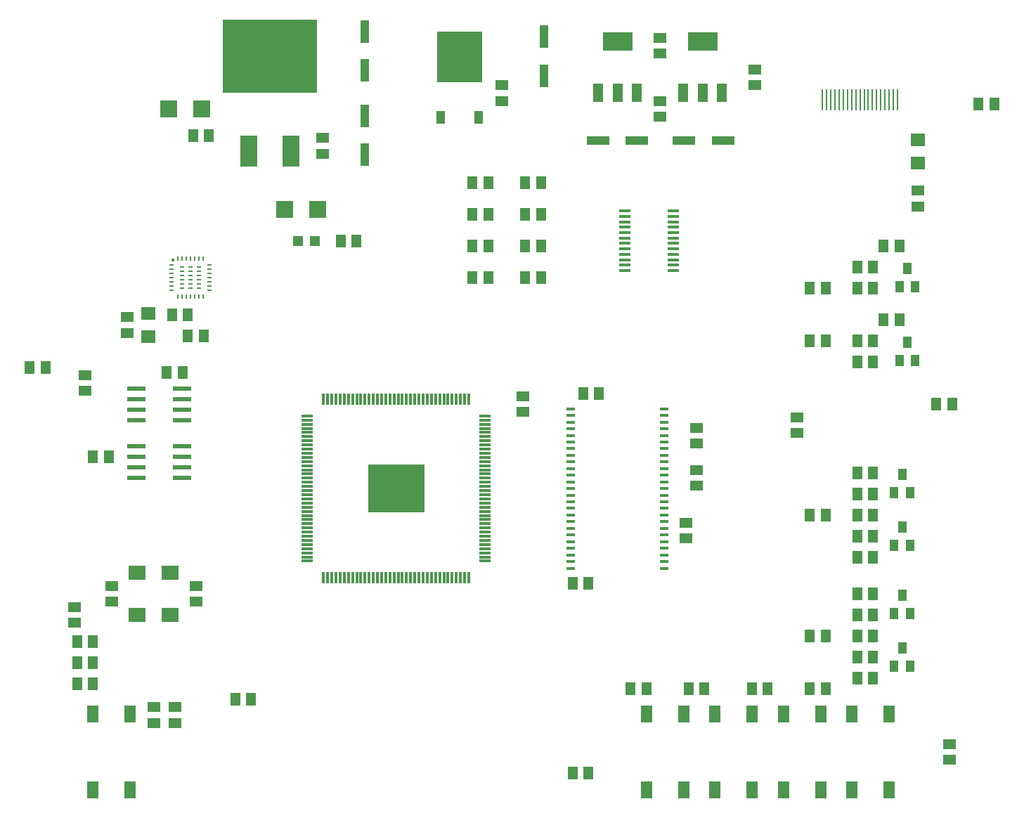
<source format=gtp>
G75*
%MOIN*%
%OFA0B0*%
%FSLAX24Y24*%
%IPPOS*%
%LPD*%
%AMOC8*
5,1,8,0,0,1.08239X$1,22.5*
%
%ADD10R,0.0220X0.0102*%
%ADD11R,0.0102X0.0220*%
%ADD12R,0.0157X0.0157*%
%ADD13R,0.0820X0.1500*%
%ADD14R,0.4500X0.3500*%
%ADD15R,0.0394X0.1102*%
%ADD16R,0.0787X0.0787*%
%ADD17R,0.2126X0.2441*%
%ADD18R,0.0394X0.0630*%
%ADD19R,0.0512X0.0591*%
%ADD20R,0.0591X0.0512*%
%ADD21R,0.0480X0.0880*%
%ADD22R,0.1417X0.0866*%
%ADD23R,0.1102X0.0394*%
%ADD24R,0.0709X0.0630*%
%ADD25R,0.0394X0.0551*%
%ADD26R,0.0787X0.0701*%
%ADD27R,0.0866X0.0236*%
%ADD28R,0.0551X0.0827*%
%ADD29R,0.0472X0.0472*%
%ADD30R,0.0581X0.0118*%
%ADD31R,0.0118X0.0581*%
%ADD32R,0.2661X0.2270*%
%ADD33R,0.0413X0.0157*%
%ADD34R,0.0110X0.1024*%
%ADD35R,0.0581X0.0177*%
D10*
X008991Y025539D03*
X008991Y025736D03*
X008991Y025933D03*
X008991Y026130D03*
X008991Y026327D03*
X008991Y026524D03*
X008991Y026721D03*
X009502Y026622D03*
X009502Y026425D03*
X009502Y026228D03*
X009502Y026032D03*
X009502Y025835D03*
X009502Y025638D03*
X009896Y025638D03*
X009896Y025835D03*
X009896Y026032D03*
X009896Y026228D03*
X009896Y026425D03*
X009896Y026622D03*
X010290Y026622D03*
X010290Y026425D03*
X010290Y026228D03*
X010290Y026032D03*
X010290Y025835D03*
X010290Y025638D03*
X010802Y025736D03*
X010802Y025539D03*
X010802Y025933D03*
X010802Y026130D03*
X010802Y026327D03*
X010802Y026524D03*
X010802Y026721D03*
D11*
X010487Y027036D03*
X010290Y027036D03*
X010093Y027036D03*
X009896Y027036D03*
X009699Y027036D03*
X009502Y027036D03*
X009306Y027036D03*
X009306Y025224D03*
X009502Y025224D03*
X009699Y025224D03*
X009896Y025224D03*
X010093Y025224D03*
X010290Y025224D03*
X010487Y025224D03*
D12*
X009069Y026957D03*
D13*
X012646Y032130D03*
X014646Y032130D03*
D14*
X013646Y036630D03*
D15*
X018146Y035955D03*
X018146Y037805D03*
X018146Y033805D03*
X018146Y031955D03*
X026646Y035705D03*
X026646Y037555D03*
D16*
X015933Y029380D03*
X014359Y029380D03*
X010433Y034130D03*
X008859Y034130D03*
D17*
X022646Y036614D03*
D18*
X021748Y033740D03*
X023544Y033740D03*
D19*
X023272Y030630D03*
X024020Y030630D03*
X025772Y030630D03*
X026520Y030630D03*
X026520Y029130D03*
X025772Y029130D03*
X024020Y029130D03*
X023272Y029130D03*
X023272Y027630D03*
X024020Y027630D03*
X025772Y027630D03*
X026520Y027630D03*
X026520Y026130D03*
X025772Y026130D03*
X024020Y026130D03*
X023272Y026130D03*
X017770Y027880D03*
X017022Y027880D03*
X010520Y023380D03*
X009772Y023380D03*
X009770Y024380D03*
X009022Y024380D03*
X008772Y021630D03*
X009520Y021630D03*
X006020Y017630D03*
X005272Y017630D03*
X003020Y021880D03*
X002272Y021880D03*
X010022Y032880D03*
X010770Y032880D03*
X028522Y020630D03*
X029270Y020630D03*
X039272Y023130D03*
X040020Y023130D03*
X041522Y023130D03*
X042270Y023130D03*
X042772Y024130D03*
X043520Y024130D03*
X042270Y025630D03*
X041522Y025630D03*
X041522Y026630D03*
X042270Y026630D03*
X042772Y027630D03*
X043520Y027630D03*
X040020Y025630D03*
X039272Y025630D03*
X041522Y022130D03*
X042270Y022130D03*
X045272Y020130D03*
X046020Y020130D03*
X042270Y016880D03*
X041522Y016880D03*
X041522Y015880D03*
X042270Y015880D03*
X042270Y014880D03*
X041522Y014880D03*
X041522Y013880D03*
X042270Y013880D03*
X042270Y012880D03*
X041522Y012880D03*
X041522Y011130D03*
X042270Y011130D03*
X042270Y010130D03*
X041522Y010130D03*
X041522Y009130D03*
X042270Y009130D03*
X042270Y008130D03*
X041522Y008130D03*
X041522Y007130D03*
X042270Y007130D03*
X040020Y006630D03*
X039272Y006630D03*
X037270Y006630D03*
X036522Y006630D03*
X034270Y006630D03*
X033522Y006630D03*
X031520Y006630D03*
X030772Y006630D03*
X028770Y002630D03*
X028022Y002630D03*
X039272Y009130D03*
X040020Y009130D03*
X040020Y014880D03*
X039272Y014880D03*
X028770Y011630D03*
X028022Y011630D03*
X012770Y006130D03*
X012022Y006130D03*
X005270Y006880D03*
X004522Y006880D03*
X004522Y007880D03*
X005270Y007880D03*
X005270Y008880D03*
X004522Y008880D03*
X047272Y034380D03*
X048020Y034380D03*
D20*
X044396Y030254D03*
X044396Y029506D03*
X036646Y035256D03*
X036646Y036004D03*
X032146Y036756D03*
X032146Y037504D03*
X032146Y034504D03*
X032146Y033756D03*
X024646Y034506D03*
X024646Y035254D03*
X016146Y032754D03*
X016146Y032006D03*
X006896Y024254D03*
X006896Y023506D03*
X004896Y021504D03*
X004896Y020756D03*
X006146Y011504D03*
X006146Y010756D03*
X004396Y010504D03*
X004396Y009756D03*
X008146Y005754D03*
X009146Y005754D03*
X009146Y005006D03*
X008146Y005006D03*
X010146Y010756D03*
X010146Y011504D03*
X025646Y019756D03*
X025646Y020504D03*
X033396Y014504D03*
X033396Y013756D03*
X033896Y016256D03*
X033896Y017004D03*
X033896Y018256D03*
X033896Y019004D03*
X038646Y018756D03*
X038646Y019504D03*
X045896Y004004D03*
X045896Y003256D03*
D21*
X035095Y034910D03*
X034185Y034910D03*
X033275Y034910D03*
X031056Y034910D03*
X030146Y034910D03*
X029236Y034910D03*
D22*
X030146Y037350D03*
X034185Y037350D03*
D23*
X033300Y032630D03*
X035150Y032630D03*
X031071Y032630D03*
X029221Y032630D03*
D24*
X044396Y032681D03*
X044396Y031579D03*
X007896Y024431D03*
X007896Y023329D03*
D25*
X043522Y022197D03*
X044270Y022197D03*
X043896Y023063D03*
X043522Y025697D03*
X044270Y025697D03*
X043896Y026563D03*
X043646Y016813D03*
X043272Y015947D03*
X044020Y015947D03*
X043646Y014313D03*
X043272Y013447D03*
X044020Y013447D03*
X043646Y011063D03*
X043272Y010197D03*
X044020Y010197D03*
X043646Y008563D03*
X043272Y007697D03*
X044020Y007697D03*
D26*
X008933Y010130D03*
X007359Y010130D03*
X007359Y012130D03*
X008933Y012130D03*
D27*
X009479Y016630D03*
X009479Y017130D03*
X009479Y017630D03*
X009479Y018130D03*
X009479Y019380D03*
X009479Y019880D03*
X009479Y020380D03*
X009479Y020880D03*
X007313Y020880D03*
X007313Y020380D03*
X007313Y019880D03*
X007313Y019380D03*
X007313Y018130D03*
X007313Y017630D03*
X007313Y017130D03*
X007313Y016630D03*
D28*
X005260Y001839D03*
X007032Y001839D03*
X007032Y005421D03*
X005260Y005421D03*
X031510Y005421D03*
X033282Y005421D03*
X034760Y005421D03*
X036532Y005421D03*
X038010Y005421D03*
X039782Y005421D03*
X041260Y005421D03*
X043032Y005421D03*
X043032Y001839D03*
X041260Y001839D03*
X039782Y001839D03*
X038010Y001839D03*
X036532Y001839D03*
X034760Y001839D03*
X033282Y001839D03*
X031510Y001839D03*
D29*
X015809Y027880D03*
X014983Y027880D03*
D30*
X015419Y019575D03*
X015419Y019378D03*
X015419Y019181D03*
X015419Y018984D03*
X015419Y018787D03*
X015419Y018591D03*
X015419Y018394D03*
X015419Y018197D03*
X015419Y018000D03*
X015419Y017803D03*
X015419Y017606D03*
X015419Y017410D03*
X015419Y017213D03*
X015419Y017016D03*
X015419Y016819D03*
X015419Y016622D03*
X015419Y016425D03*
X015419Y016228D03*
X015419Y016032D03*
X015419Y015835D03*
X015419Y015638D03*
X015419Y015441D03*
X015419Y015244D03*
X015419Y015047D03*
X015419Y014850D03*
X015419Y014654D03*
X015419Y014457D03*
X015419Y014260D03*
X015419Y014063D03*
X015419Y013866D03*
X015419Y013669D03*
X015419Y013473D03*
X015419Y013276D03*
X015419Y013079D03*
X015419Y012882D03*
X015419Y012685D03*
X023874Y012685D03*
X023874Y012882D03*
X023874Y013079D03*
X023874Y013276D03*
X023874Y013473D03*
X023874Y013669D03*
X023874Y013866D03*
X023874Y014063D03*
X023874Y014260D03*
X023874Y014457D03*
X023874Y014654D03*
X023874Y014850D03*
X023874Y015047D03*
X023874Y015244D03*
X023874Y015441D03*
X023874Y015638D03*
X023874Y015835D03*
X023874Y016032D03*
X023874Y016228D03*
X023874Y016425D03*
X023874Y016622D03*
X023874Y016819D03*
X023874Y017016D03*
X023874Y017213D03*
X023874Y017410D03*
X023874Y017606D03*
X023874Y017803D03*
X023874Y018000D03*
X023874Y018197D03*
X023874Y018394D03*
X023874Y018591D03*
X023874Y018787D03*
X023874Y018984D03*
X023874Y019181D03*
X023874Y019378D03*
X023874Y019575D03*
D31*
X023091Y020358D03*
X022894Y020358D03*
X022697Y020358D03*
X022500Y020358D03*
X022304Y020358D03*
X022107Y020358D03*
X021910Y020358D03*
X021713Y020358D03*
X021516Y020358D03*
X021319Y020358D03*
X021122Y020358D03*
X020926Y020358D03*
X020729Y020358D03*
X020532Y020358D03*
X020335Y020358D03*
X020138Y020358D03*
X019941Y020358D03*
X019744Y020358D03*
X019548Y020358D03*
X019351Y020358D03*
X019154Y020358D03*
X018957Y020358D03*
X018760Y020358D03*
X018563Y020358D03*
X018367Y020358D03*
X018170Y020358D03*
X017973Y020358D03*
X017776Y020358D03*
X017579Y020358D03*
X017382Y020358D03*
X017185Y020358D03*
X016989Y020358D03*
X016792Y020358D03*
X016595Y020358D03*
X016398Y020358D03*
X016201Y020358D03*
X016201Y011902D03*
X016398Y011902D03*
X016595Y011902D03*
X016792Y011902D03*
X016989Y011902D03*
X017185Y011902D03*
X017382Y011902D03*
X017579Y011902D03*
X017776Y011902D03*
X017973Y011902D03*
X018170Y011902D03*
X018367Y011902D03*
X018563Y011902D03*
X018760Y011902D03*
X018957Y011902D03*
X019154Y011902D03*
X019351Y011902D03*
X019548Y011902D03*
X019744Y011902D03*
X019941Y011902D03*
X020138Y011902D03*
X020335Y011902D03*
X020532Y011902D03*
X020729Y011902D03*
X020926Y011902D03*
X021122Y011902D03*
X021319Y011902D03*
X021516Y011902D03*
X021713Y011902D03*
X021910Y011902D03*
X022107Y011902D03*
X022304Y011902D03*
X022500Y011902D03*
X022697Y011902D03*
X022894Y011902D03*
X023091Y011902D03*
D32*
X019646Y016130D03*
D33*
X027941Y016130D03*
X027941Y015815D03*
X027941Y015500D03*
X027941Y015185D03*
X027941Y014870D03*
X027941Y014555D03*
X027941Y014240D03*
X027941Y013925D03*
X027941Y013610D03*
X027941Y013295D03*
X027941Y012980D03*
X027941Y012665D03*
X027941Y012350D03*
X032351Y012350D03*
X032351Y012665D03*
X032351Y012980D03*
X032351Y013295D03*
X032351Y013610D03*
X032351Y013925D03*
X032351Y014240D03*
X032351Y014555D03*
X032351Y014870D03*
X032351Y015185D03*
X032351Y015500D03*
X032351Y015815D03*
X032351Y016130D03*
X032351Y016445D03*
X032351Y016760D03*
X032351Y017075D03*
X032351Y017390D03*
X032351Y017705D03*
X032351Y018020D03*
X032351Y018335D03*
X032351Y018650D03*
X032351Y018965D03*
X032351Y019280D03*
X032351Y019595D03*
X032351Y019910D03*
X027941Y019910D03*
X027941Y019595D03*
X027941Y019280D03*
X027941Y018965D03*
X027941Y018650D03*
X027941Y018335D03*
X027941Y018020D03*
X027941Y017705D03*
X027941Y017390D03*
X027941Y017075D03*
X027941Y016760D03*
X027941Y016445D03*
D34*
X039874Y034563D03*
X040071Y034563D03*
X040268Y034563D03*
X040465Y034563D03*
X040662Y034563D03*
X040859Y034563D03*
X041056Y034563D03*
X041252Y034563D03*
X041449Y034563D03*
X041646Y034563D03*
X041843Y034563D03*
X042040Y034563D03*
X042237Y034563D03*
X042433Y034563D03*
X042630Y034563D03*
X042827Y034563D03*
X043024Y034563D03*
X043221Y034563D03*
X043418Y034563D03*
D35*
X032803Y029287D03*
X032803Y029032D03*
X032803Y028776D03*
X032803Y028520D03*
X032803Y028264D03*
X032803Y028008D03*
X032803Y027752D03*
X032803Y027496D03*
X032803Y027240D03*
X032803Y026984D03*
X032803Y026728D03*
X032803Y026473D03*
X030489Y026473D03*
X030489Y026728D03*
X030489Y026984D03*
X030489Y027240D03*
X030489Y027496D03*
X030489Y027752D03*
X030489Y028008D03*
X030489Y028264D03*
X030489Y028520D03*
X030489Y028776D03*
X030489Y029032D03*
X030489Y029287D03*
M02*

</source>
